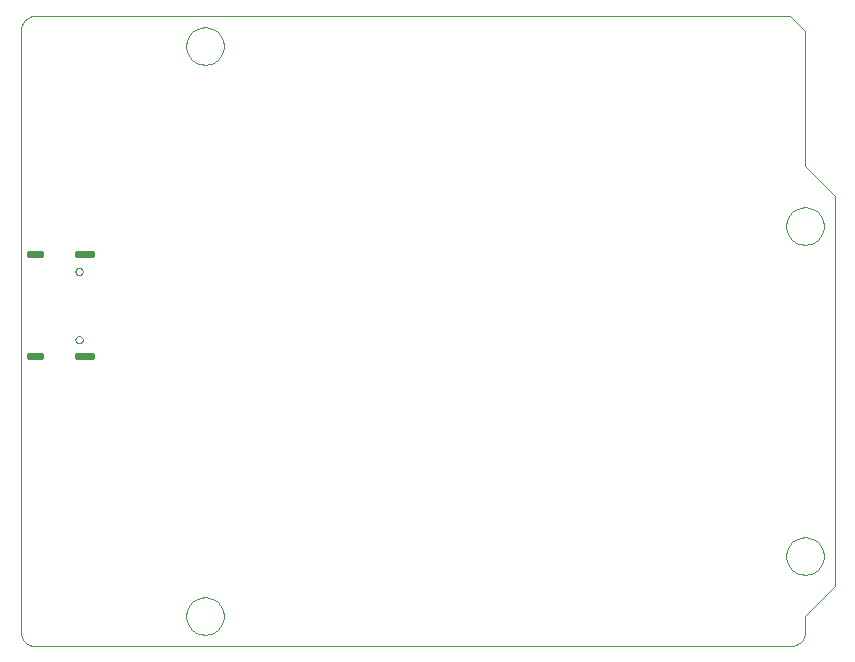
<source format=gbr>
G04 PROTEUS RS274X GERBER FILE*
%FSLAX45Y45*%
%MOMM*%
G01*
%ADD10C,0.300000*%
%ADD65C,0.025400*%
D10*
X+615750Y+2465500D02*
X+615750Y+2435500D01*
X+475750Y+2435500D01*
X+475750Y+2465500D01*
X+615750Y+2465500D01*
X+615750Y+3329500D02*
X+615750Y+3299500D01*
X+475750Y+3299500D01*
X+475750Y+3329500D01*
X+615750Y+3329500D01*
X+182750Y+2465500D02*
X+182750Y+2435500D01*
X+72750Y+2435500D01*
X+72750Y+2465500D01*
X+182750Y+2465500D01*
X+182750Y+3329500D02*
X+182750Y+3299500D01*
X+72750Y+3299500D01*
X+72750Y+3329500D01*
X+182750Y+3329500D01*
D65*
X+6800850Y+762000D02*
X+6800320Y+774958D01*
X+6796016Y+800876D01*
X+6787025Y+826794D01*
X+6772380Y+852712D01*
X+6749976Y+878466D01*
X+6724058Y+897958D01*
X+6698140Y+910530D01*
X+6672222Y+917866D01*
X+6646304Y+920694D01*
X+6642100Y+920750D01*
X+6483350Y+762000D02*
X+6483880Y+774958D01*
X+6488184Y+800876D01*
X+6497175Y+826794D01*
X+6511820Y+852712D01*
X+6534224Y+878466D01*
X+6560142Y+897958D01*
X+6586060Y+910530D01*
X+6611978Y+917866D01*
X+6637896Y+920694D01*
X+6642100Y+920750D01*
X+6483350Y+762000D02*
X+6483880Y+749042D01*
X+6488184Y+723124D01*
X+6497175Y+697206D01*
X+6511820Y+671288D01*
X+6534224Y+645534D01*
X+6560142Y+626042D01*
X+6586060Y+613470D01*
X+6611978Y+606134D01*
X+6637896Y+603306D01*
X+6642100Y+603250D01*
X+6800850Y+762000D02*
X+6800320Y+749042D01*
X+6796016Y+723124D01*
X+6787025Y+697206D01*
X+6772380Y+671288D01*
X+6749976Y+645534D01*
X+6724058Y+626042D01*
X+6698140Y+613470D01*
X+6672222Y+606134D01*
X+6646304Y+603306D01*
X+6642100Y+603250D01*
X+6800850Y+3556000D02*
X+6800320Y+3568958D01*
X+6796016Y+3594876D01*
X+6787025Y+3620794D01*
X+6772380Y+3646712D01*
X+6749976Y+3672466D01*
X+6724058Y+3691958D01*
X+6698140Y+3704530D01*
X+6672222Y+3711866D01*
X+6646304Y+3714694D01*
X+6642100Y+3714750D01*
X+6483350Y+3556000D02*
X+6483880Y+3568958D01*
X+6488184Y+3594876D01*
X+6497175Y+3620794D01*
X+6511820Y+3646712D01*
X+6534224Y+3672466D01*
X+6560142Y+3691958D01*
X+6586060Y+3704530D01*
X+6611978Y+3711866D01*
X+6637896Y+3714694D01*
X+6642100Y+3714750D01*
X+6483350Y+3556000D02*
X+6483880Y+3543042D01*
X+6488184Y+3517124D01*
X+6497175Y+3491206D01*
X+6511820Y+3465288D01*
X+6534224Y+3439534D01*
X+6560142Y+3420042D01*
X+6586060Y+3407470D01*
X+6611978Y+3400134D01*
X+6637896Y+3397306D01*
X+6642100Y+3397250D01*
X+6800850Y+3556000D02*
X+6800320Y+3543042D01*
X+6796016Y+3517124D01*
X+6787025Y+3491206D01*
X+6772380Y+3465288D01*
X+6749976Y+3439534D01*
X+6724058Y+3420042D01*
X+6698140Y+3407470D01*
X+6672222Y+3400134D01*
X+6646304Y+3397306D01*
X+6642100Y+3397250D01*
X+1720850Y+5080000D02*
X+1720320Y+5092958D01*
X+1716016Y+5118876D01*
X+1707025Y+5144794D01*
X+1692380Y+5170712D01*
X+1669976Y+5196466D01*
X+1644058Y+5215958D01*
X+1618140Y+5228530D01*
X+1592222Y+5235866D01*
X+1566304Y+5238694D01*
X+1562100Y+5238750D01*
X+1403350Y+5080000D02*
X+1403880Y+5092958D01*
X+1408184Y+5118876D01*
X+1417175Y+5144794D01*
X+1431820Y+5170712D01*
X+1454224Y+5196466D01*
X+1480142Y+5215958D01*
X+1506060Y+5228530D01*
X+1531978Y+5235866D01*
X+1557896Y+5238694D01*
X+1562100Y+5238750D01*
X+1403350Y+5080000D02*
X+1403880Y+5067042D01*
X+1408184Y+5041124D01*
X+1417175Y+5015206D01*
X+1431820Y+4989288D01*
X+1454224Y+4963534D01*
X+1480142Y+4944042D01*
X+1506060Y+4931470D01*
X+1531978Y+4924134D01*
X+1557896Y+4921306D01*
X+1562100Y+4921250D01*
X+1720850Y+5080000D02*
X+1720320Y+5067042D01*
X+1716016Y+5041124D01*
X+1707025Y+5015206D01*
X+1692380Y+4989288D01*
X+1669976Y+4963534D01*
X+1644058Y+4944042D01*
X+1618140Y+4931470D01*
X+1592222Y+4924134D01*
X+1566304Y+4921306D01*
X+1562100Y+4921250D01*
X+1720850Y+254000D02*
X+1720320Y+266958D01*
X+1716016Y+292876D01*
X+1707025Y+318794D01*
X+1692380Y+344712D01*
X+1669976Y+370466D01*
X+1644058Y+389958D01*
X+1618140Y+402530D01*
X+1592222Y+409866D01*
X+1566304Y+412694D01*
X+1562100Y+412750D01*
X+1403350Y+254000D02*
X+1403880Y+266958D01*
X+1408184Y+292876D01*
X+1417175Y+318794D01*
X+1431820Y+344712D01*
X+1454224Y+370466D01*
X+1480142Y+389958D01*
X+1506060Y+402530D01*
X+1531978Y+409866D01*
X+1557896Y+412694D01*
X+1562100Y+412750D01*
X+1403350Y+254000D02*
X+1403880Y+241042D01*
X+1408184Y+215124D01*
X+1417175Y+189206D01*
X+1431820Y+163288D01*
X+1454224Y+137534D01*
X+1480142Y+118042D01*
X+1506060Y+105470D01*
X+1531978Y+98134D01*
X+1557896Y+95306D01*
X+1562100Y+95250D01*
X+1720850Y+254000D02*
X+1720320Y+241042D01*
X+1716016Y+215124D01*
X+1707025Y+189206D01*
X+1692380Y+163288D01*
X+1669976Y+137534D01*
X+1644058Y+118042D01*
X+1618140Y+105470D01*
X+1592222Y+98134D01*
X+1566304Y+95306D01*
X+1562100Y+95250D01*
X+127000Y+0D02*
X+101032Y+2527D01*
X+77018Y+9798D01*
X+55423Y+21347D01*
X+36711Y+36711D01*
X+21348Y+55423D01*
X+9798Y+77018D01*
X+2527Y+101032D01*
X+0Y+127000D01*
X+0Y+5207000D01*
X+2527Y+5232967D01*
X+9798Y+5256981D01*
X+21348Y+5278577D01*
X+36711Y+5297289D01*
X+55423Y+5312652D01*
X+77018Y+5324202D01*
X+101032Y+5331473D01*
X+127000Y+5334000D01*
X+6515100Y+5334000D01*
X+6642100Y+5207000D01*
X+6642100Y+4064000D01*
X+6896100Y+3810000D01*
X+6896100Y+508000D01*
X+6642100Y+254000D01*
X+6642100Y+127000D01*
X+6639573Y+101032D01*
X+6632302Y+77018D01*
X+6620752Y+55423D01*
X+6605389Y+36711D01*
X+6586677Y+21347D01*
X+6565081Y+9798D01*
X+6541067Y+2527D01*
X+6515100Y+0D01*
X+127000Y+0D01*
X+526230Y+3171500D02*
X+526125Y+3174029D01*
X+525270Y+3179088D01*
X+523482Y+3184147D01*
X+520560Y+3189206D01*
X+516090Y+3194201D01*
X+511031Y+3197873D01*
X+505972Y+3200215D01*
X+500913Y+3201540D01*
X+495854Y+3201980D01*
X+495750Y+3201980D01*
X+465270Y+3171500D02*
X+465375Y+3174029D01*
X+466230Y+3179088D01*
X+468018Y+3184147D01*
X+470940Y+3189206D01*
X+475410Y+3194201D01*
X+480469Y+3197873D01*
X+485528Y+3200215D01*
X+490587Y+3201540D01*
X+495646Y+3201980D01*
X+495750Y+3201980D01*
X+465270Y+3171500D02*
X+465375Y+3168971D01*
X+466230Y+3163912D01*
X+468018Y+3158853D01*
X+470940Y+3153794D01*
X+475410Y+3148799D01*
X+480469Y+3145127D01*
X+485528Y+3142785D01*
X+490587Y+3141460D01*
X+495646Y+3141020D01*
X+495750Y+3141020D01*
X+526230Y+3171500D02*
X+526125Y+3168971D01*
X+525270Y+3163912D01*
X+523482Y+3158853D01*
X+520560Y+3153794D01*
X+516090Y+3148799D01*
X+511031Y+3145127D01*
X+505972Y+3142785D01*
X+500913Y+3141460D01*
X+495854Y+3141020D01*
X+495750Y+3141020D01*
X+526230Y+2593500D02*
X+526125Y+2596029D01*
X+525270Y+2601088D01*
X+523482Y+2606147D01*
X+520560Y+2611206D01*
X+516090Y+2616201D01*
X+511031Y+2619873D01*
X+505972Y+2622215D01*
X+500913Y+2623540D01*
X+495854Y+2623980D01*
X+495750Y+2623980D01*
X+465270Y+2593500D02*
X+465375Y+2596029D01*
X+466230Y+2601088D01*
X+468018Y+2606147D01*
X+470940Y+2611206D01*
X+475410Y+2616201D01*
X+480469Y+2619873D01*
X+485528Y+2622215D01*
X+490587Y+2623540D01*
X+495646Y+2623980D01*
X+495750Y+2623980D01*
X+465270Y+2593500D02*
X+465375Y+2590971D01*
X+466230Y+2585912D01*
X+468018Y+2580853D01*
X+470940Y+2575794D01*
X+475410Y+2570799D01*
X+480469Y+2567127D01*
X+485528Y+2564785D01*
X+490587Y+2563460D01*
X+495646Y+2563020D01*
X+495750Y+2563020D01*
X+526230Y+2593500D02*
X+526125Y+2590971D01*
X+525270Y+2585912D01*
X+523482Y+2580853D01*
X+520560Y+2575794D01*
X+516090Y+2570799D01*
X+511031Y+2567127D01*
X+505972Y+2564785D01*
X+500913Y+2563460D01*
X+495854Y+2563020D01*
X+495750Y+2563020D01*
M02*

</source>
